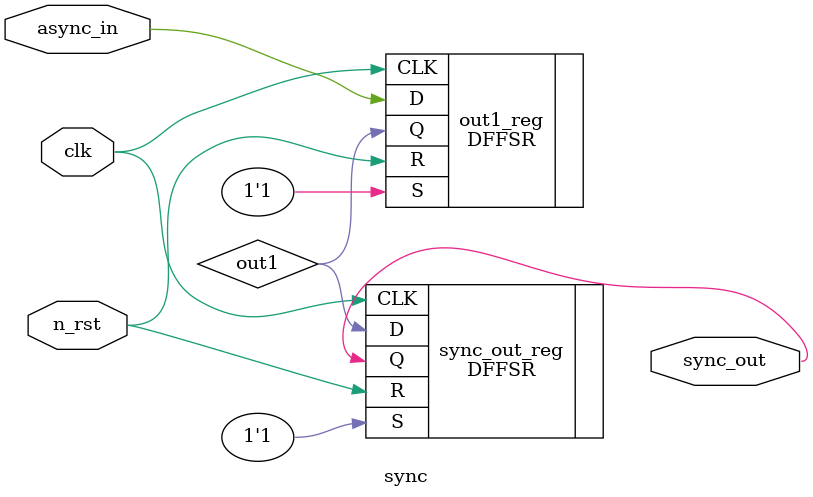
<source format=v>

module sync ( clk, n_rst, async_in, sync_out );
  input clk, n_rst, async_in;
  output sync_out;
  wire   out1;

  DFFSR out1_reg ( .D(async_in), .CLK(clk), .R(n_rst), .S(1'b1), .Q(out1) );
  DFFSR sync_out_reg ( .D(out1), .CLK(clk), .R(n_rst), .S(1'b1), .Q(sync_out)
         );
endmodule


</source>
